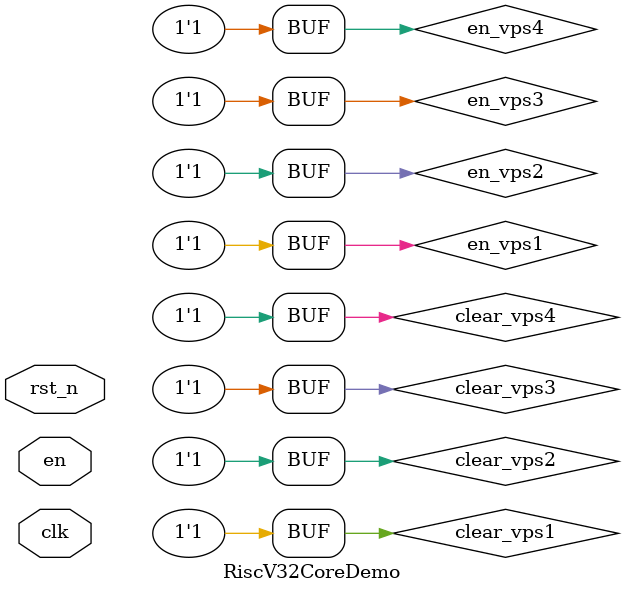
<source format=v>
`timescale 1ns / 1ps

module RiscV32CoreDemo(
    input clk, 
    input rst_n, 
    input en
);

    `include "inc/PipelineStageWireDefs.vh"

    // YOUR CODE FOR STAGE IF HERE

    ////////////////////////////
    ///////   ps1 IF/ID  ////////
    assign en_vps1 = 1;
    assign clear_vps1 = 1; 
    `include "inc/PipelineInterface_IF_ID_Inst.vh"
    ////////////////////////////
    
    // YOUR CODE FOR STAGE ID HERE

    /////////////////////////////
    ///////   ps2 ID/EX  ////////
    assign en_vps2 = 1;
    assign clear_vps2 = 1;
    `include "inc/PipelineInterface_ID_EX_Inst.vh"
    /////////////////////////////

    // YOUR CODE FOR STAGE EX HERE

    /////////////////////////////
    ///////   ps3 EX/MEM  ////////
    assign en_vps3 = 1;
    assign clear_vps3 = 1;
    `include "inc/PipelineInterface_EX_MEM_Inst.vh"
    ////////////////////////////

    // YOUR CODE FOR STAGE MEM HERE   

    //////////////////////////////
    //////   ps4 MEM/WB  /////////
    assign en_vps4 = 1;
    assign clear_vps4 = 1;
    `include "inc/PipelineInterface_MEM_WB_Inst.vh"
    //////////////////////////////

    // YOUR CODE FOR STAGE WB HERE

endmodule


</source>
